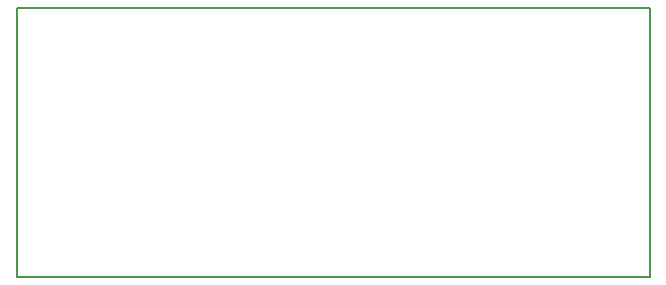
<source format=gko>
G04*
G04 #@! TF.GenerationSoftware,Altium Limited,Altium Designer,20.0.13 (296)*
G04*
G04 Layer_Color=16711935*
%FSLAX25Y25*%
%MOIN*%
G70*
G01*
G75*
%ADD12C,0.00500*%
D12*
X0Y0D02*
Y89961D01*
X211122D01*
Y0D02*
Y89961D01*
X0Y0D02*
X211122D01*
M02*

</source>
